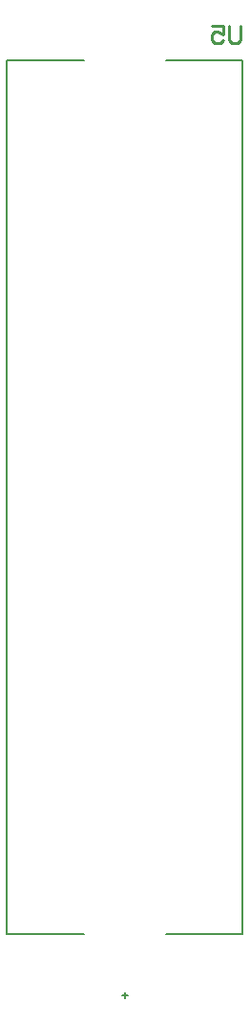
<source format=gbr>
%TF.GenerationSoftware,Altium Limited,Altium Designer,21.6.1 (37)*%
G04 Layer_Color=32896*
%FSLAX43Y43*%
%MOMM*%
%TF.SameCoordinates,A8206A2C-5CB0-4F6E-B559-DFDA062B5CA2*%
%TF.FilePolarity,Positive*%
%TF.FileFunction,Legend,Bot*%
%TF.Part,Single*%
G01*
G75*
%TA.AperFunction,NonConductor*%
%ADD61C,0.200*%
%ADD66C,0.254*%
D61*
X11548Y8029D02*
Y85347D01*
X25610Y8029D02*
X32452D01*
X11548D02*
X18390D01*
X32452D02*
Y85347D01*
X25610D02*
X32452D01*
X11548D02*
X18390D01*
X22000Y2363D02*
Y2863D01*
X21750Y2613D02*
X22250D01*
D66*
X32270Y88450D02*
Y87180D01*
X32016Y86927D01*
X31508D01*
X31254Y87180D01*
Y88450D01*
X29730D02*
X30746D01*
Y87688D01*
X30238Y87942D01*
X29984D01*
X29730Y87688D01*
Y87180D01*
X29984Y86927D01*
X30492D01*
X30746Y87180D01*
%TF.MD5,204fea29669a05226bcccdf00e2c8142*%
M02*

</source>
